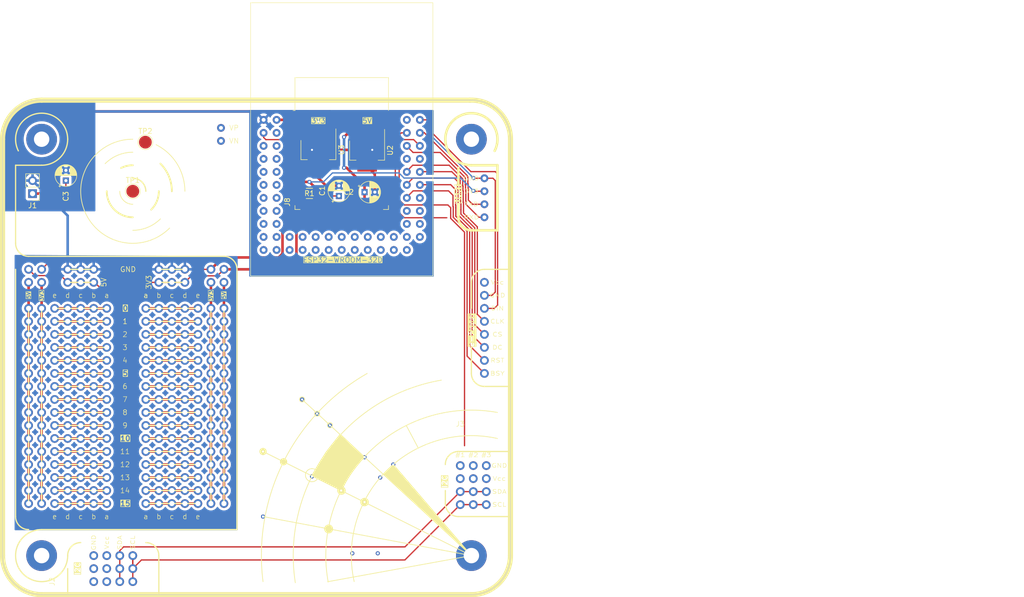
<source format=kicad_pcb>
(kicad_pcb (version 20240108) (generator "pcbnew") (generator_version "8.0")
  (title_block (title "ESP32-WROOM-32D Automation Board") (date "2024-01-15") (rev "v1.10") (company "CEGEP Heritage College") (comment 1 "Alexander Bobkov"))
  (layers (0 "F.Cu" signal) (31 "B.Cu" signal) (34 "B.Paste" user) (35 "F.Paste" user) (36 "B.SilkS" user "B.Silkscreen") (37 "F.SilkS" user "F.Silkscreen") (38 "B.Mask" user) (39 "F.Mask" user) (44 "Edge.Cuts" user))
  (net 0 "")
  (net 1 "Net-(J1-Pin_1)")
  (net 2 "Net-(J5-IO22)")
  (net 3 "Net-(J5-IO21)")
  (net 4 "Net-(J5-IO4)")
  (net 5 "Net-(J5-IO18)")
  (net 6 "Net-(J5-IO5)")
  (net 7 "Net-(J5-IO17)")
  (net 8 "Net-(J5-IO23)")
  (net 9 "Net-(J5-IO16)")
  (net 10 "Net-(J5-IO34)")
  (net 11 "Net-(J5-IO35)")
  (net 12 "Net-(J5-IO32)")
  (net 13 "Net-(J5-IO33)")
  (net 14 "Net-(J8-RXD0)")
  (net 15 "Net-(J5-IO25)")
  (net 16 "Net-(J5-IO26)")
  (net 17 "+3V3")
  (net 18 "GND")
  (net 19 "+5V")
  (net 20 "Net-(J5-IO27)")
  (net 21 "Net-(J5-IO14)")
  (net 22 "Net-(J5-IO12)")
  (net 23 "Net-(J5-IO0)")
  (net 24 "Net-(J5-IO19)")
  (net 25 "Net-(J5-EN)")
  (net 26 "Net-(J7-SENSOR_VP)")
  (net 27 "Net-(J7-SENSOR_VN)")
  (net 28 "Net-(J8-TXD0)")
  (footprint "MountingHole:MountingHole_3mm_Pad_TopBottom" (layer "F.Cu") (at 33.02 139.7)
    (property "Reference" "H1" (hide yes))
    (property "Value" "MountingHole")
  )
  (footprint "Package_TO_SOT_SMD:SOT-223-3_TabPin2" (layer "F.Cu") (at 87 60.5 -90)
    (property "Reference" "U3")
    (property "Value" "MAX1726EUK33")
  )
  (footprint "Alexander Footprints Library:Conn_UART" (layer "F.Cu") (at 119.38 58.42)
    (property "Reference" "J6" (hide yes))
    (property "Value" "UART")
  )
  (footprint "MountingHole:MountingHole_3mm_Pad_TopBottom" (layer "F.Cu") (at 116.84 139.7)
    (property "Reference" "H1" (hide yes))
    (property "Value" "MountingHole")
  )
  (footprint "Capacitor_THT:CP_Radial_D4.0mm_P2.00mm" (layer "F.Cu") (at 37.75 66.5 90)
    (property "Reference" "C3")
    (property "Value" "1uF")
  )
  (footprint "Capacitor_THT:CP_Radial_D4.0mm_P2.00mm" (layer "F.Cu") (at 96 68.75)
    (property "Reference" "C2")
    (property "Value" "1uF")
  )
  (footprint "Alexander Footprints Library:STA_RMCF1206_STP-L" (layer "F.Cu") (at 85.25 69 180)
    (property "Reference" "R1")
    (property "Value" "10K")
  )
  (footprint "Alexander Footprints Library:TestPoint_D2.5mm" (layer "F.Cu") (at 50.8 68.58)
    (property "Reference" "TP1")
    (property "Value" "TP1")
  )
  (footprint "Connector_PinHeader_2.54mm:PinHeader_1x02_P2.54mm_Vertical" (layer "F.Cu") (at 31.25 69.04 180)
    (property "Reference" "J1")
    (property "Value" "PWR")
  )
  (footprint "Alexander Footprints Library:Conn_I2C_3" (layer "F.Cu") (at 35.56 144.78 90)
    (property "Reference" "J2")
    (property "Value" "I2C")
  )
  (footprint "Alexander Footprints Library:TestPoint_D2.5mm" (layer "F.Cu") (at 53.25 59)
    (property "Reference" "TP2")
    (property "Value" "GND")
  )
  (footprint "Capacitor_THT:CP_Radial_D4.0mm_P2.00mm" (layer "F.Cu") (at 91 69.5 90)
    (property "Reference" "C1")
    (property "Value" "1uF")
  )
  (footprint "MountingHole:MountingHole_3mm_Pad_TopBottom" (layer "F.Cu") (at 33.02 58.42)
    (property "Reference" "H3" (hide yes))
    (property "Value" "MountingHole")
  )
  (footprint "Package_TO_SOT_SMD:SOT-223-3_TabPin2" (layer "F.Cu") (at 96.5 60.6 -90)
    (property "Reference" "U2")
    (property "Value" "MAX1726EUK50")
  )
  (footprint "Alexander Footprints Library:Conn_ePaper" (layer "F.Cu") (at 119.38 81.28)
    (property "Reference" "J4" (hide yes))
    (property "Value" "e-Paper")
  )
  (footprint "MountingHole:MountingHole_3mm_Pad_TopBottom" (layer "F.Cu") (at 116.84 58.42)
    (property "Reference" "H4" (hide yes))
    (property "Value" "MountingHole")
  )
  (footprint "Alexander Footprints Library:Conn_I2C_3" (layer "F.Cu") (at 114.67 114.51)
    (property "Reference" "J3")
    (property "Value" "I2C")
  )
  (footprint "Alexander Footprints Library:BreadBoard_15x12" (layer "F.Cu") (at 27.94 134.62)
    (property "Reference" "BRD_15x1" (hide yes))
    (property "Value" "BreadBoard_15x12")
  )
  (footprint "Alexander Footprints Library:ESP32_PADS_VN-VP" (layer "F.Cu") (at 68 63.83)
    (property "Reference" "J7" (hide yes))
    (property "Value" "~" (hide yes))
  )
  (footprint "Alexander Footprints Library:ESP32-WROOM-Adapter-Socket" (layer "F.Cu") (at 91.55 62.26)
    (property "Reference" "J8")
    (property "Value" "~")
  )
  (gr_line (start 114.3 119.38) (end 124.46 119.38) (stroke (width 0.25)) (layer "F.SilkS"))
  (gr_arc (start 38.1 139.7) (mid 29.427898 143.292102) (end 33.02 134.62) (stroke (width 0.25)) (layer "F.SilkS"))
  (gr_line (start 55.88 139.7) (end 55.88 147.32) (stroke (width 0.25)) (layer "F.SilkS"))
  (gr_line (start 68.58 81.28) (end 30.48 81.28) (stroke (width 0.25)) (layer "F.SilkS"))
  (gr_line (start 124.466228 58.42) (end 124.46 139.7) (stroke (width 1)) (layer "F.SilkS"))
  (gr_line (start 114.3 64) (end 114.3 67.25) (stroke (width 0.5)) (layer "F.SilkS"))
  (gr_arc (start 68.58 81.28) (mid 70.376051 82.023949) (end 71.12 83.82) (stroke (width 0.25)) (layer "F.SilkS"))
  (gr_line (start 116.84 104.14) (end 116.84 99.06) (stroke (width 0.25)) (layer "F.SilkS"))
  (gr_arc (start 116.531846 50.8) (mid 122.122486 52.919572) (end 124.466228 58.42) (stroke (width 1)) (layer "F.SilkS"))
  (gr_line (start 33.02 147.32) (end 116.84 147.32) (stroke (width 1)) (layer "F.SilkS"))
  (gr_line (start 119.38 106.68) (end 124.46 106.68) (stroke (width 0.25)) (layer "F.SilkS"))
  (gr_line (start 27.94 63.5) (end 33.02 63.5) (stroke (width 0.25)) (layer "F.SilkS"))
  (gr_line (start 116.84 86.36) (end 116.84 91.44) (stroke (width 0.25)) (layer "F.SilkS"))
  (gr_circle (center 89.25 114.25) (end 89.25 113.75) (stroke (width 0.15)) (fill none) (layer "F.SilkS"))
  (gr_arc (start 124.46 139.7) (mid 122.228154 145.088154) (end 116.84 147.32) (stroke (width 1)) (layer "F.SilkS"))
  (gr_line (start 55.88 147.32) (end 40.64 147.32) (stroke (width 0.15)) (layer "F.SilkS"))
  (gr_arc (start 68.58 81.28) (mid 70.376051 82.023949) (end 71.12 83.82) (stroke (width 0.15)) (layer "F.SilkS"))
  (gr_circle (center 96 129.25) (end 96.75 129.25) (stroke (width 0.15)) (fill solid) (layer "F.SilkS"))
  (gr_arc (start 116.84 76.2) (mid 115.043949 75.456051) (end 114.3 73.66) (stroke (width 0.5)) (layer "F.SilkS"))
  (gr_line (start 119.38 83.82) (end 124.46 83.82) (stroke (width 0.25)) (layer "F.SilkS"))
  (gr_line (start 116.84 139.7) (end 83.82 109.22) (stroke (width 0.15)) (layer "F.SilkS"))
  (gr_arc (start 82.5 145) (mid 88.646929 119.390487) (end 110.991322 105.449182) (stroke (width 0.15)) (layer "F.SilkS"))
  (gr_arc (start 45.411846 63.191846) (mid 47.883952 61.540038) (end 50.8 60.96) (stroke (width 0.15)) (layer "F.SilkS"))
  (gr_line (start 116.84 139.7) (end 76.2 119.38) (stroke (width 0.15)) (layer "F.SilkS"))
  (gr_arc (start 30.48 81.28) (mid 28.683949 80.536051) (end 27.94 78.74) (stroke (width 0.25)) (layer "F.SilkS"))
  (gr_line (start 114.3 132.08) (end 124.46 132.08) (stroke (width 0.25)) (layer "F.SilkS"))
  (gr_circle (center 91.5 127) (end 92.25 127) (stroke (width 0.15)) (fill solid) (layer "F.SilkS"))
  (gr_poly (pts (xy 99.75 123.75) (xy 101.6 121.92) (xy 116.84 139.7)) (stroke (width 0.15)) (fill solid) (layer "F.SilkS"))
  (gr_arc (start 48.528155 64.03631) (mid 49.632855 63.635895) (end 50.8 63.5) (stroke (width 0.35)) (layer "F.SilkS"))
  (gr_arc (start 57.984205 75.764205) (mid 41.413384 72.468064) (end 50.8 58.42) (stroke (width 0.15)) (layer "F.SilkS"))
  (gr_arc (start 53.34 137.16) (mid 55.136051 137.903949) (end 55.88 139.7) (stroke (width 0.25)) (layer "F.SilkS"))
  (gr_arc (start 111.76 121.92) (mid 112.503949 120.123949) (end 114.3 119.38) (stroke (width 0.25)) (layer "F.SilkS"))
  (gr_line (start 27.94 78.74) (end 27.94 63.5) (stroke (width 0.25)) (layer "F.SilkS"))
  (gr_arc (start 38.1 139.7) (mid 38.843949 137.903949) (end 40.64 137.16) (stroke (width 0.25)) (layer "F.SilkS"))
  (gr_line (start 111.76 129.54) (end 111.76 127) (stroke (width 0.25)) (layer "F.SilkS"))
  (gr_arc (start 88.9 144.78) (mid 96.759537 119.619537) (end 121.92 111.76) (stroke (width 0.15)) (layer "F.SilkS"))
  (gr_arc (start 50.8 71.12) (mid 49.003949 70.376051) (end 48.26 68.58) (stroke (width 0.15)) (layer "F.SilkS"))
  (gr_arc (start 55.88 68.58) (mid 55.493308 70.524032) (end 54.392102 72.172102) (stroke (width 0.35)) (layer "F.SilkS"))
  (gr_line (start 38.1 147.32) (end 38.1 142.24) (stroke (width 0.25)) (layer "F.SilkS"))
  (gr_arc (start 50.8 73.66) (mid 47.207898 72.172102) (end 45.72 68.58) (stroke (width 0.35)) (layer "F.SilkS"))
  (gr_arc (start 38.1 58.42) (mid 36.612102 62.012102) (end 33.02 63.5) (stroke (width 0.25)) (layer "F.SilkS"))
  (gr_line (start 33.02 134.62) (end 71.12 134.62) (stroke (width 0.25)) (layer "F.SilkS"))
  (gr_arc (start 76.2 144.78) (mid 80.207599 121.3838) (end 96.52 104.14) (stroke (width 0.15)) (layer "F.SilkS"))
  (gr_arc (start 50.8 66.04) (mid 52.596051 66.783949) (end 53.34 68.58) (stroke (width 0.25)) (layer "F.SilkS"))
  (gr_line (start 27.94 83.82) (end 27.94 132.08) (stroke (width 0.25)) (layer "F.SilkS"))
  (gr_arc (start 119.38 106.68) (mid 117.583949 105.936051) (end 116.84 104.14) (stroke (width 0.25)) (layer "F.SilkS"))
  (gr_poly (pts (xy 85.75 124) (xy 91.5 127) (xy 92.75 124.5) (xy 94 122.75) (xy 95.25 121.25) (xy 96 120.5) (xy 91.25 116) (xy 88.5 119.5)) (stroke (width 0.15)) (fill solid) (layer "F.SilkS"))
  (gr_line (start 114.3 73.66) (end 114.3 71.12) (stroke (width 0.5)) (layer "F.SilkS"))
  (gr_circle (center 80.207599 121.3838) (end 80.842816 121.3838) (stroke (width 0.15)) (fill solid) (layer "F.SilkS"))
  (gr_line (start 116.84 139.7) (end 88.9 144.78) (stroke (width 0.15)) (layer "F.SilkS"))
  (gr_arc (start 116.84 86.36) (mid 117.583949 84.563949) (end 119.38 83.82) (stroke (width 0.25)) (layer "F.SilkS"))
  (gr_arc (start 56.188154 63.191846) (mid 57.839962 65.663952) (end 58.42 68.58) (stroke (width 0.35)) (layer "F.SilkS"))
  (gr_line (start 116.84 139.7) (end 101.6 121.92) (stroke (width 0.15)) (layer "F.SilkS"))
  (gr_line (start 121.92 63.499999) (end 121.92 76.2) (stroke (width 0.5)) (layer "F.SilkS"))
  (gr_arc (start 93.980001 144.78) (mid 100.281227 123.141227) (end 121.92 116.840001) (stroke (width 0.15)) (layer "F.SilkS"))
  (gr_circle (center 76.2 119.38) (end 76.831981 119.38) (stroke (width 0.15)) (fill solid) (layer "F.SilkS"))
  (gr_circle (center 85.75 124) (end 86 125.25) (stroke (width 0.15)) (fill none) (layer "F.SilkS"))
  (gr_circle (center 83.82 109.22) (end 84 108.75) (stroke (width 0.15)) (fill none) (layer "F.SilkS"))
  (gr_line (start 116.84 63.5) (end 121.92 63.499999) (stroke (width 0.5)) (layer "F.SilkS"))
  (gr_circle (center 89 134.5) (end 89.790569 134.5) (stroke (width 0.15)) (fill solid) (layer "F.SilkS"))
  (gr_line (start 71.12 83.82) (end 71.12 134.62) (stroke (width 0.25)) (layer "F.SilkS"))
  (gr_arc (start 33.02 147.32) (mid 27.631846 145.088154) (end 25.4 139.7) (stroke (width 1)) (layer "F.SilkS"))
  (gr_circle (center 86.75 112) (end 86.75 111.5) (stroke (width 0.15)) (fill none) (layer "F.SilkS"))
  (gr_arc (start 28.47631 60.691845) (mid 31.852856 53.475894) (end 38.1 58.42) (stroke (width 0.25)) (layer "F.SilkS"))
  (gr_circle (center 88.9 144.78) (end 88.9 144.78) (stroke (width 0.15)) (fill none) (layer "F.SilkS"))
  (gr_arc (start 116.84 63.5) (mid 114.169286 54.098694) (end 121.38369 60.691845) (stroke (width 0.5)) (layer "F.SilkS"))
  (gr_arc (start 25.4 58.42) (mid 27.631846 53.031846) (end 33.02 50.8) (stroke (width 1)) (layer "F.SilkS"))
  (gr_arc (start 56.188154 73.968154) (mid 53.716048 75.619962) (end 50.8 76.2) (stroke (width 0.15)) (layer "F.SilkS"))
  (gr_line (start 106.5 118.75) (end 104.14 114.3) (stroke (width 0.15)) (layer "F.SilkS"))
  (gr_line (start 116.84 139.7) (end 76.2 132.08) (stroke (width 0.15)) (layer "F.SilkS"))
  (gr_arc (start 55.34369 59.49262) (mid 59.442612 63.238572) (end 60.96 68.58) (stroke (width 0.15)) (layer "F.SilkS"))
  (gr_arc (start 30.48 134.62) (mid 28.683949 133.876051) (end 27.94 132.08) (stroke (width 0.25)) (layer "F.SilkS"))
  (gr_line (start 116.84 76.2) (end 121.92 76.2) (stroke (width 0.5)) (layer "F.SilkS"))
  (gr_arc (start 114.3 132.08) (mid 112.503949 131.336051) (end 111.76 129.54) (stroke (width 0.25)) (layer "F.SilkS"))
  (gr_line (start 25.4 58.42) (end 25.4 139.7) (stroke (width 1)) (layer "F.SilkS"))
  (gr_line (start 116.531846 50.8) (end 33.02 50.8) (stroke (width 1)) (layer "F.SilkS"))
  (gr_line (start 116.84 50.8) (end 33.02 50.8) (stroke (width 0.1)) (layer "Edge.Cuts"))
  (gr_arc (start 25.4 58.42) (mid 27.631846 53.031846) (end 33.02 50.8) (stroke (width 0.1)) (layer "Edge.Cuts"))
  (gr_arc (start 33.02 147.32) (mid 27.631846 145.088154) (end 25.4 139.7) (stroke (width 0.1)) (layer "Edge.Cuts"))
  (gr_line (start 124.46 58.42) (end 124.46 139.7) (stroke (width 0.1)) (layer "Edge.Cuts"))
  (gr_line (start 25.4 58.42) (end 25.4 139.7) (stroke (width 0.1)) (layer "Edge.Cuts"))
  (gr_arc (start 116.84 50.8) (mid 122.228154 53.031846) (end 124.46 58.42) (stroke (width 0.1)) (layer "Edge.Cuts"))
  (gr_line (start 116.84 147.32) (end 33.02 147.32) (stroke (width 0.1)) (layer "Edge.Cuts"))
  (gr_arc (start 124.46 139.7) (mid 122.228154 145.088154) (end 116.84 147.32) (stroke (width 0.1)) (layer "Edge.Cuts"))
  (gr_text "5V" (at 96.5 54.25 0) (layer "F.SilkS" knockout) (effects (font (size 1 1) (thickness 0.125)) (justify top)))
  (gr_text "3V3" (at 87 54.25 0) (layer "F.SilkS" knockout) (effects (font (size 1 1) (thickness 0.125)) (justify top)))
  (via (at 86.75 112) (size 0.8) (drill 0.4) (layers "F.Cu" "B.Cu") (net 0))
  (via (at 89.25 114.3) (size 0.8) (drill 0.4) (layers "F.Cu" "B.Cu") (net 0))
  (via (at 76.2 119.38) (size 0.8) (drill 0.4) (layers "F.Cu" "B.Cu") (net 0))
  (via (at 96 129.25) (size 0.8) (drill 0.4) (layers "F.Cu" "B.Cu") (net 0))
  (via (at 85.75 124.25) (size 0.8) (drill 0.4) (layers "F.Cu" "B.Cu") (net 0))
  (via (at 101.6 121.92) (size 0.8) (drill 0.4) (layers "F.Cu" "B.Cu") (net 0))
  (via (at 96 120.5) (size 0.8) (drill 0.4) (layers "F.Cu" "B.Cu") (net 0))
  (via (at 91.44 127) (size 0.8) (drill 0.4) (layers "F.Cu" "B.Cu") (net 0))
  (via (at 93.61749 139.254) (size 0.8) (drill 0.4) (layers "F.Cu" "B.Cu") (net 0))
  (via (at 99.06 124.46) (size 0.8) (drill 0.4) (layers "F.Cu" "B.Cu") (net 0))
  (via (at 98.577776 139.254) (size 0.8) (drill 0.4) (layers "F.Cu" "B.Cu") (net 0))
  (via (at 83.82 109.22) (size 0.8) (drill 0.4) (layers "F.Cu" "B.Cu") (net 0))
  (via (at 76.2 132.08) (size 0.8) (drill 0.4) (layers "F.Cu" "B.Cu") (net 0))
  (segment (start 37.75 66.5) (end 37.75 68.29) (width 0.25) (layer "F.Cu") (net 1))
  (segment (start 97.75 54.75) (end 90 54.75) (width 0.5) (layer "F.Cu") (net 1))
  (segment (start 98.8 55.8) (end 97.75 54.75) (width 0.5) (layer "F.Cu") (net 1))
  (segment (start 90 54.75) (end 90 53.75) (width 0.5) (layer "F.Cu") (net 1))
  (segment (start 42.5 53) (end 41 54.5) (width 0.5) (layer "F.Cu") (net 1))
  (segment (start 37.75 68.29) (end 38.5 69.04) (width 0.25) (layer "F.Cu") (net 1))
  (segment (start 41 67.75) (end 39.71 69.04) (width 0.5) (layer "F.Cu") (net 1))
  (segment (start 38.5 69.04) (end 31.25 69.04) (width 0.5) (layer "F.Cu") (net 1))
  (segment (start 89.3 55.45) (end 89.3 57.35) (width 0.5) (layer "F.Cu") (net 1))
  (segment (start 89.25 53) (end 42.5 53) (width 0.5) (layer "F.Cu") (net 1))
  (segment (start 98.8 57.45) (end 98.8 55.8) (width 0.5) (layer "F.Cu") (net 1))
  (segment (start 39.71 69.04) (end 38.5 69.04) (width 0.5) (layer "F.Cu") (net 1))
  (segment (start 90 54.75) (end 89.3 55.45) (width 0.5) (layer "F.Cu") (net 1))
  (segment (start 41 54.5) (end 41 67.75) (width 0.5) (layer "F.Cu") (net 1))
  (segment (start 42.5 53) (end 42.75 53) (width 0.25) (layer "F.Cu") (net 1))
  (segment (start 90 53.75) (end 89.25 53) (width 0.5) (layer "F.Cu") (net 1))
  (segment (start 103.87 140.55) (end 114.67 129.75) (width 0.25) (layer "F.Cu") (net 2))
  (segment (start 50.8 139.7) (end 50.8 142.24) (width 0.25) (layer "F.Cu") (net 2))
  (segment (start 102 58.35237) (end 103.17237 57.18) (width 0.25) (layer "F.Cu") (net 2))
  (segment (start 114.67 129.75) (end 119.75 129.75) (width 0.25) (layer "F.Cu") (net 2))
  (segment (start 50.8 144.78) (end 50.8 139.7) (width 0.25) (layer "F.Cu") (net 2))
  (segment (start 103.17237 57.18) (end 104.25 57.18) (width 0.25) (layer "F.Cu") (net 2))
  (segment (start 52.49 140.55) (end 103.87 140.55) (width 0.25) (layer "F.Cu") (net 2))
  (segment (start 103.75 73.75) (end 102 72) (width 0.25) (layer "F.Cu") (net 2))
  (segment (start 102 72) (end 102 58.35237) (width 0.25) (layer "F.Cu") (net 2))
  (segment (start 50.8 142.24) (end 52.49 140.55) (width 0.25) (layer "F.Cu") (net 2))
  (segment (start 112.045228 73.75) (end 103.75 73.75) (width 0.25) (layer "F.Cu") (net 2))
  (segment (start 112.8 71.8) (end 112.8 73.868376) (width 0.25) (layer "F.Cu") (net 3))
  (segment (start 112.8 73.868376) (end 115.5 76.568376) (width 0.25) (layer "F.Cu") (net 3))
  (segment (start 106.79 59.72) (end 105.57 58.5) (width 0.25) (layer "F.Cu") (net 3))
  (segment (start 112.25 71.25) (end 112.8 71.8) (width 0.25) (layer "F.Cu") (net 3))
  (segment (start 103.25 58.5) (end 102.75 59) (width 0.25) (layer "F.Cu") (net 3))
  (segment (start 48.26 138.74) (end 49 138) (width 0.25) (layer "F.Cu") (net 3))
  (segment (start 114.67 127.21) (end 119.75 127.21) (width 0.25) (layer "F.Cu") (net 3))
  (segment (start 105.57 58.5) (end 103.25 58.5) (width 0.25) (layer "F.Cu") (net 3))
  (segment (start 103.75 71.25) (end 112.25 71.25) (width 0.25) (layer "F.Cu") (net 3))
  (segment (start 115.5 76.568376) (end 115.5 118.25) (width 0.25) (layer "F.Cu") (net 3))
  (segment (start 48.26 139.7) (end 48.26 144.78) (width 0.25) (layer "F.Cu") (net 3))
  (segment (start 102.75 70.25) (end 103.75 71.25) (width 0.25) (layer "F.Cu") (net 3))
  (segment (start 102.75 59) (end 102.75 70.25) (width 0.25) (layer "F.Cu") (net 3))
  (segment (start 103.88 138) (end 114.67 127.21) (width 0.25) (layer "F.Cu") (net 3))
  (segment (start 49 138) (end 103.88 138) (width 0.25) (layer "F.Cu") (net 3))
  (segment (start 48.26 139.7) (end 48.26 138.74) (width 0.25) (layer "F.Cu") (net 3))
  (segment (start 113.25 69.375) (end 112.375 68.5) (width 0.25) (layer "F.Cu") (net 4))
  (segment (start 105.48 68.5) (end 104.14 69.84) (width 0.25) (layer "F.Cu") (net 4))
  (segment (start 113.3 73.66127) (end 113.3 71.592893) (width 0.25) (layer "F.Cu") (net 4))
  (segment (start 113.3 71.592893) (end 113.25 71.542894) (width 0.25) (layer "F.Cu") (net 4))
  (segment (start 119.38 104.14) (end 116 100.76) (width 0.25) (layer "F.Cu") (net 4))
  (segment (start 116 100.76) (end 116 76.361269) (width 0.25) (layer "F.Cu") (net 4))
  (segment (start 113.25 71.542894) (end 113.25 69.375) (width 0.25) (layer "F.Cu") (net 4))
  (segment (start 112.375 68.5) (end 105.48 68.5) (width 0.25) (layer "F.Cu") (net 4))
  (segment (start 116 76.361269) (end 113.3 73.66127) (width 0.25) (layer "F.Cu") (net 4))
  (segment (start 115.250002 68.54658) (end 115.25 68.546575) (width 0.25) (layer "F.Cu") (net 5))
  (segment (start 115.05 66.05) (end 112.5 63.5) (width 0.25) (layer "F.Cu") (net 5))
  (segment (start 115.299992 70.764445) (end 115.25 70.714454) (width 0.25) (layer "F.Cu") (net 5))
  (segment (start 115.3 72.832846) (end 115.3 72.421315) (width 0.25) (layer "F.Cu") (net 5))
  (segment (start 115.200002 67.578686) (end 115.2 67.578681) (width 0.25) (layer "F.Cu") (net 5))
  (segment (start 119.38 93.98) (end 118 92.6) (width 0.25) (layer "F.Cu") (net 5))
  (segment (start 115.15 66.235787) (end 115.1 66.185787) (width 0.25) (layer "F.Cu") (net 5))
  (segment (start 115.05 66.092893) (end 115.05 66.05) (width 0.25) (layer "F.Cu") (net 5))
  (segment (start 115.1 66.185787) (end 115.1 66.142894) (width 0.25) (layer "F.Cu") (net 5))
  (segment (start 115.2 67.578681) (end 115.15 67.528681) (width 0.25) (layer "F.Cu") (net 5))
  (segment (start 112.5 63.5) (end 105.4 63.5) (width 0.25) (layer "F.Cu") (net 5))
  (segment (start 115.25 68.546575) (end 115.200001 68.496576) (width 0.25) (layer "F.Cu") (net 5))
  (segment (start 115.299997 70.764459) (end 115.299992 70.764445) (width 0.25) (layer "F.Cu") (net 5))
  (segment (start 115.200001 68.496576) (end 115.200002 67.578686) (width 0.25) (layer "F.Cu") (net 5))
  (segment (start 115.1 66.142894) (end 115.05 66.092893) (width 0.25) (layer "F.Cu") (net 5))
  (segment (start 118 92.6) (end 118 75.532845) (width 0.25) (layer "F.Cu") (net 5))
  (segment (start 105.4 63.5) (end 104.14 64.76) (width 0.25) (layer "F.Cu") (net 5))
  (segment (start 115.15 67.528681) (end 115.150002 66.235792) (width 0.25) (layer "F.Cu") (net 5))
  (segment (start 115.150002 66.235792) (end 115.15 66.235787) (width 0.25) (layer "F.Cu") (net 5))
  (segment (start 115.25 70.714454) (end 115.250002 68.54658) (width 0.25) (layer "F.Cu") (net 5))
  (segment (start 115.300005 72.42131) (end 115.299997 70.764459) (width 0.25) (layer "F.Cu") (net 5))
  (segment (start 118 75.532845) (end 115.3 72.832846) (width 0.25) (layer "F.Cu") (net 5))
  (segment (start 115.3 72.421315) (end 115.300005 72.42131) (width 0.25) (layer "F.Cu") (net 5))
  (segment (start 114.65 66.442894) (end 114.6 66.392893) (width 0.25) (layer "F.Cu") (net 6))
  (segment (start 113.01 64.76) (end 106.68 64.76) (width 0.25) (layer "F.Cu") (net 6))
  (segment (start 114.75 68.753681) (end 114.7 68.703681) (width 0.25) (layer "F.Cu") (net 6))
  (segment (start 114.6 66.35) (end 113.01 64.76) (width 0.25) (layer "F.Cu") (net 6))
  (segment (start 117.5 94.64) (end 117.5 75.739951) (width 0.25) (layer "F.Cu") (net 6))
  (segment (start 114.750002 68.753686) (end 114.75 68.753681) (width 0.25) (layer "F.Cu") (net 6))
  (segment (start 114.799998 70.971568) (end 114.799994 70.971564) (width 0.25) (layer "F.Cu") (net 6))
  (segment (start 114.8 73.039952) (end 114.8 72.214209) (width 0.25) (layer "F.Cu") (net 6))
  (segment (start 114.799994 70.971557) (end 114.75 70.921564) (width 0.25) (layer "F.Cu") (net 6))
  (segment (start 114.7 68.703681) (end 114.700002 67.785792) (width 0.25) (layer "F.Cu") (net 6))
  (segment (start 114.7 67.785787) (end 114.65 67.735787) (width 0.25) (layer "F.Cu") (net 6))
  (segment (start 114.800004 72.214205) (end 114.799998 70.971568) (width 0.25) (layer "F.Cu") (net 6))
  (segment (start 114.6 66.392893) (end 114.6 66.35) (width 0.25) (layer "F.Cu") (net 6))
  (segment (start 117.5 75.739951) (end 114.8 73.039952) (width 0.25) (layer "F.Cu") (net 6))
  (segment (start 114.799994 70.971564) (end 114.799994 70.971557) (width 0.25) (layer "F.Cu") (net 6))
  (segment (start 114.75 70.921564) (end 114.750002 68.753686) (width 0.25) (layer "F.Cu") (net 6))
  (segment (start 114.700002 67.785792) (end 114.7 67.785787) (width 0.25) (layer "F.Cu") (net 6))
  (segment (start 114.8 72.214209) (end 114.800004 72.214205) (width 0.25) (layer "F.Cu") (net 6))
  (segment (start 119.38 96.52) (end 117.5 94.64) (width 0.25) (layer "F.Cu") (net 6))
  (segment (start 114.65 67.735787) (end 114.65 66.442894) (width 0.25) (layer "F.Cu") (net 6))
  (segment (start 114.250002 68.960792) (end 114.25 68.960787) (width 0.25) (layer "F.Cu") (net 7))
  (segment (start 114.300003 72.0071) (end 114.299999 71.178677) (width 0.25) (layer "F.Cu") (net 7))
  (segment (start 114.25 71.128674) (end 114.250002 68.960792) (width 0.25) (layer "F.Cu") (net 7))
  (segment (start 114.25 68.960787) (end 114.2 68.910787) (width 0.25) (layer "F.Cu") (net 7))
  (segment (start 114.3 73.247058) (end 114.3 72.007103) (width 0.25) (layer "F.Cu") (net 7))
  (segment (start 117 96.68) (end 117 75.947057) (width 0.25) (layer "F.Cu") (net 7))
  (segment (start 114.2 68.910787) (end 114.2 67.992894) (width 0.25) (layer "F.Cu") (net 7))
  (segment (start 119.38 99.06) (end 117 96.68) (width 0.25) (layer "F.Cu") (net 7))
  (segment (start 114.299996 71.178669) (end 114.25 71.128674) (width 0.25) (layer "F.Cu") (net 7))
  (segment (start 114.15 67.942893) (end 114.15 66.65) (width 0.25) (layer "F.Cu") (net 7))
  (segment (start 114.15 66.65) (end 113.5 66) (width 0.25) (layer "F.Cu") (net 7))
  (segment (start 105.44 66) (end 104.14 67.3) (width 0.25) (layer "F.Cu") (net 7))
  (segment (start 114.2 67.992894) (end 114.15 67.942893) (width 0.25) (layer "F.Cu") (net 7))
  (segment (start 113.5 66) (end 105.44 66) (width 0.25) (layer "F.Cu") (net 7))
  (segment (start 117 75.947057) (end 114.3 73.247058) (width 0.25) (layer "F.Cu") (net 7))
  (segment (start 114.3 72.007103) (end 114.300003 72.0071) (width 0.25) (layer "F.Cu") (net 7))
  (segment (start 114.299999 71.178677) (end 114.299996 71.178669) (width 0.25) (layer "F.Cu") (net 7))
  (segment (start 108.75 55.25) (end 108.14 54.64) (width 0.25) (layer "F.Cu") (net 8))
  (segment (start 121.95 90.8) (end 121.95 65.2) (width 0.25) (layer "F.Cu") (net 8))
  (segment (start 121.31 91.44) (end 121.95 90.8) (width 0.25) (layer "F.Cu") (net 8))
  (segment (start 108.14 54.64) (end 106.79 54.64) (width 0.25) (layer "F.Cu") (net 8))
  (segment (start 116.75 64.75) (end 108.75 56.75) (width 0.25) (layer "F.Cu") (net 8))
  (segment (start 108.75 56.75) (end 108.75 55.25) (width 0.25) (layer "F.Cu") (net 8))
  (segment (start 121.5 64.75) (end 116.75 64.75) (width 0.25) (layer "F.Cu") (net 8))
  (segment (start 119.38 91.44) (end 121.31 91.44) (width 0.25) (layer "F.Cu") (net 8))
  (segment (start 121.95 65.2) (end 121.5 64.75) (width 0.25) (layer "F.Cu") (net 8))
  (segment (start 113.8 73.454164) (end 113.8 71.799997) (width 0.25) (layer "F.Cu") (net 9))
  (segment (start 113.7 69.117893) (end 113.7 68.2) (width 0.25) (layer "F.Cu") (net 9))
  (segment (start 113.8 71.799997) (end 113.800002 71.799995) (width 0.25) (layer "F.Cu") (net 9))
  (segment (start 116.5 98.72) (end 116.5 76.154163) (width 0.25) (layer "F.Cu") (net 9))
  (segment (start 113.8 71.385786) (end 113.799998 71.385781) (width 0.25) (layer "F.Cu") (net 9))
  (segment (start 113.799998 71.385781) (end 113.75 71.335784) (width 0.25) (layer "F.Cu") (net 9))
  (segment (start 113.7 68.2) (end 112.8 67.3) (width 0.25) (layer "F.Cu") (net 9))
  (segment (start 113.800002 71.799995) (end 113.8 71.385786) (width 0.25) (layer "F.Cu") (net 9))
  (segment (start 119.38 101.6) (end 116.5 98.72) (width 0.25) (layer "F.Cu") (net 9))
  (segment (start 112.8 67.3) (end 106.68 67.3) (width 0.25) (layer "F.Cu") (net 9))
  (segment (start 116.5 76.154163) (end 113.8 73.454164) (width 0.25) (layer "F.Cu") (net 9))
  (segment (start 113.75 69.167894) (end 113.7 69.117893) (width 0.25) (layer "F.Cu") (net 9))
  (segment (start 113.75 71.335784) (end 113.75 69.167894) (width 0.25) (layer "F.Cu") (net 9))
  (segment (start 110.75 61) (end 105.46 61) (width 0.25) (layer "F.Cu") (net 14))
  (segment (start 115.79999 70.557333) (end 115.75 70.507344) (width 0.25) (layer "F.Cu") (net 14))
  (segment (start 115.79999 71.15762) (end 115.79999 70.557333) (width 0.25) (layer "F.Cu") (net 14))
  (segment (start 115.700001 68.28947) (end 115.700002 67.37158) (width 0.25) (layer "F.Cu") (net 14))
  (segment (start 115.600002 65.978683) (end 115.600002 65.935792) (width 0.25) (layer "F.Cu") (net 14))
  (segment (start 119.38 73.66) (end 118.30237 73.66) (width 0.25) (layer "F.Cu") (net 14))
  (segment (start 115.5 65.75) (end 110.75 61) (width 0.25) (layer "F.Cu") (net 14))
  (segment (start 115.65 66.028681) (end 115.600002 65.978683) (width 0.25) (layer "F.Cu") (net 14))
  (segment (start 115.600002 65.935792) (end 115.6 65.935787) (width 0.25) (layer "F.Cu") (net 14))
  (segment (start 115.55 65.885787) (end 115.55 65.842894) (width 0.25) (layer "F.Cu") (net 14))
  (segment (start 115.75 68.339469) (end 115.700001 68.28947) (width 0.25) (layer "F.Cu") (net 14))
  (segment (start 115.55 65.842894) (end 115.5 65.792893) (width 0.25) (layer "F.Cu") (net 14))
  (segment (start 115.75 70.507344) (end 115.750002 68.339474) (width 0.25) (layer "F.Cu") (net 14))
  (segment (start 105.46 61) (end 104.14 59.68) (width 0.25) (layer "F.Cu") (net 14))
  (segment (start 115.750002 68.339474) (end 115.75 68.339469) (width 0.25) (layer "F.Cu") (net 14))
  (segment (start 115.65 67.321575) (end 115.650002 66.028686) (width 0.25) (layer "F.Cu") (net 14))
  (segment (start 115.7 67.371575) (end 115.65 67.321575) (width 0.25) (layer "F.Cu") (net 14))
  (segment (start 115.5 65.792893) (end 115.5 65.75) (width 0.25) (layer "F.Cu") (net 14))
  (segment (start 115.700002 67.37158) (end 115.7 67.371575) (width 0.25) (layer "F.Cu") (net 14))
  (segment (start 115.6 65.935787) (end 115.55 65.885787) (width 0.25) (layer "F.Cu") (net 14))
  (segment (start 115.650002 66.028686) (end 115.65 66.028681) (width 0.25) (layer "F.Cu") (net 14))
  (segment (start 118.30237 73.66) (end 115.79999 71.15762) (width 0.25) (layer "F.Cu") (net 14))
  (segment (start 68.36 81.5) (end 79.25 81.5) (width 0.5) (layer "F.Cu") (net 17))
  (segment (start 66.04 83.82) (end 68.36 81.5) (width 0.5) (layer "F.Cu") (net 17))
  (segment (start 55.88 86.36) (end 48.513072 86.36) (width 0.25) (layer "F.Cu") (net 17))
  (segment (start 79.25 81.5) (end 80 80.75) (width 0.5) (layer "F.Cu") (net 17))
  (segment (start 86.6216 70.1009) (end 86.6216 69) (width 0.5) (layer "F.Cu") (net 17))
  (segment (start 81 54.64) (end 81.75 55.39) (width 0.5) (layer "F.Cu") (net 17))
  (segment (start 43.998072 81.845) (end 34.995 81.845) (width 0.25) (layer "F.Cu") (net 17))
  (segment (start 48.513072 86.36) (end 43.998072 81.845) (width 0.25) (layer "F.Cu") (net 17))
  (segment (start 83.89 54.64) (end 84.7 55.45) (width 0.5) (layer "F.Cu") (net 17))
  (segment (start 55.88 86.36) (end 60.96 86.36) (width 0.25) (layer "F.Cu") (net 17))
  (segment (start 60.96 86.36) (end 63.5 83.82) (width 0.25) (layer "F.Cu") (net 17))
  (segment (start 81.75 55.39) (end 81.75 65.75) (width 0.5) (layer "F.Cu") (net 17))
  (segment (start 87.1216 69.5) (end 86.6216 69) (width 0.25) (layer "F.Cu") (net 17))
  (segment (start 80 80.75) (end 80 76.7225) (width 0.5) (layer "F.Cu") (net 17))
  (segment (start 81.75 65.75) (end 82.75 66.75) (width 0.5) (layer "F.Cu") (net 17))
  (segment (start 80 76.7225) (end 86.6216 70.1009) (width 0.5) (layer "F.Cu") (net 17))
  (segment (start 117.33 68.58) (end 117.25 68.5) (width 0.25) (layer "F.Cu") (net 17))
  (segment (start 84.7 55.45) (end 84.7 57.35) (width 0.5) (layer "F.Cu") (net 17))
  (segment (start 91 69.5) (end 87.1216 69.5) (width 0.25) (layer "F.Cu") (net 17))
  (segment (start 86.6216 68.1216) (end 86.6216 69) (width 0.5) (layer "F.Cu") (net 17))
  (segment (start 78.85 54.64) (end 81 54.64) (width 0.5) (layer "F.Cu") (net 17))
  (segment (start 63.5 83.82) (end 66.04 83.82) (width 0.25) (layer "F.Cu") (net 17))
  (segment (start 85.25 66.75) (end 86.6216 68.1216) (width 0.5) (layer "F.Cu") (net 17))
  (segment (start 82.75 66.75) (end 85.25 66.75) (width 0.5) (layer "F.Cu") (net 17))
  (segment (start 81 54.64) (end 83.89 54.64) (width 0.5) (layer "F.Cu") (net 17))
  (segment (start 119.38 68.58) (end 117.33 68.58) (width 0.25) (layer "F.Cu") (net 17))
  (segment (start 34.995 81.845) (end 33.02 83.82) (width 0.25) (layer "F.Cu") (net 17))
  (via (at 85.25 66.75) (size 0.8) (drill 0.4) (layers "F.Cu" "B.Cu") (net 17))
  (via (at 117.25 68.5) (size 0.8) (drill 0.4) (layers "F.Cu" "B.Cu") (net 17))
  (segment (start 88 66.75) (end 89.75 65) (width 0.25) (layer "B.Cu") (net 17))
  (segment (start 88 66.75) (end 85.25 66.75) (width 0.25) (layer "B.Cu") (net 17))
  (segment (start 91 69.5) (end 90.75 69.5) (width 0.25) (layer "B.Cu") (net 17))
  (segment (start 89.75 65) (end 102.706374 65) (width 0.25) (layer "B.Cu") (net 17))
  (segment (start 103.706374 66) (end 114.75 66) (width 0.25) (layer "B.Cu") (net 17))
  (segment (start 114.75 66) (end 117.25 68.5) (width 0.25) (layer "B.Cu") (net 17))
  (segment (start 102.706374 65) (end 103.706374 66) (width 0.25) (layer "B.Cu") (net 17))
  (segment (start 121.5 66.5) (end 121.04 66.04) (width 0.25) (layer "F.Cu") (net 18))
  (segment (start 96.5 60.5) (end 96.5 57.45) (width 0.25) (layer "F.Cu") (net 18))
  (segment (start 88.5 67.5) (end 87 66) (width 0.5) (layer "F.Cu") (net 18))
  (segment (start 121.04 66.04) (end 119.38 66.04) (width 0.25) (layer "F.Cu") (net 18))
  (segment (start 98 65.25) (end 96.5 63.75) (width 0.5) (layer "F.Cu") (net 18))
  (segment (start 91 67.5) (end 88.5 67.5) (width 0.5) (layer "F.Cu") (net 18))
  (segment (start 97.5 60.5) (end 96.5 60.5) (width 0.5) (layer "F.Cu") (net 18))
  (segment (start 98 68.75) (end 98 65.25) (width 0.5) (layer "F.Cu") (net 18))
  (segment (start 120.85 88.9) (end 121.5 88.25) (width 0.25) (layer "F.Cu") (net 18))
  (segment (start 87 66) (end 87 63.65) (width 0.5) (layer "F.Cu") (net 18))
  (segment (start 117.29 66.04) (end 117.25 66) (width 0.25) (layer "F.Cu") (net 18))
  (segment (start 58.5 83.75) (end 58.57 83.82) (width 0.5) (layer "F.Cu") (net 18))
  (segment (start 40.5 83.75) (end 40.57 83.82) (width 0.5) (layer "F.Cu") (net 18))
  (segment (start 43.25 83.75) (end 43.32 83.82) (width 0.5) (layer "F.Cu") (net 18))
  (segment (start 43.18 83.82) (end 43.25 83.75) (width 0.5) (layer "F.Cu") (net 18))
  (segment (start 56 83.75) (end 56.07 83.82) (width 0.5) (layer "F.Cu") (net 18))
  (segment (start 58.43 83.82) (end 58.5 83.75) (width 0.5) (layer "F.Cu") (net 18))
  (segment (start 96.5 63.75) (end 96.5 57.45) (width 0.5) (layer "F.Cu") (net 18))
  (segment (start 55.93 83.82) (end 56 83.75) (width 0.5) (layer "F.Cu") (net 18))
  (segment (start 85.75 60.5) (end 96.5 60.5) (width 0.5) (layer "F.Cu") (net 18))
  (segment (start 87 63.65) (end 87 55) (width 0.5) (layer "F.Cu") (net 18))
  (segment (start 119.38 66.04) (end 117.29 66.04) (width 0.25) (layer "F.Cu") (net 18))
  (segment (start 119.38 88.9) (end 120.85 88.9) (width 0.25) (layer "F.Cu") (net 18))
  (segment (start 61 83.75) (end 60.96 83.82) (width 0.5) (layer "F.Cu") (net 18))
  (segment (start 40.43 83.82) (end 40.5 83.75) (width 0.5) (layer "F.Cu") (net 18))
  (segment (start 121.5 88.25) (end 121.5 66.5) (width 0.25) (layer "F.Cu") (net 18))
  (via (at 87 55) (size 0.8) (drill 0.4) (layers "F.Cu" "B.Cu") (net 18))
  (via (at 85.75 60.5) (size 0.8) (drill 0.4) (layers "F.Cu" "B.Cu") (net 18))
  (via (at 97.5 60.5) (size 0.8) (drill 0.4) (layers "F.Cu" "B.Cu") (net 18))
  (via (at 117.25 66) (size 0.8) (drill 0.4) (layers "F.Cu" "B.Cu") (net 18))
  (segment (start 38.1 73.35) (end 38.1 81.15) (width 0.5) (layer "B.Cu") (net 18))
  (segment (start 42.5 53) (end 74.67 53) (width 0.5) (layer "B.Cu") (net 18))
  (segment (start 74.75 53) (end 85 53) (width 0.5) (layer "B.Cu") (net 18))
  (segment (start 85 53) (end 87 55) (width 0.5) (layer "B.Cu") (net 18))
  (segment (start 38.1 73.35) (end 31.25 66.5) (width 0.5) (layer "B.Cu") (net 18))
  (segment (start 117.25 66) (end 109.25 58) (width 0.25) (layer "B.Cu") (net 18))
  (segment (start 38.1 81.15) (end 38 81.25) (width 0.5) (layer "B.Cu") (net 18))
  (segment (start 81.68 83.82) (end 82.718 82.782) (width 0.5) (layer "F.Cu") (net 19))
  (segment (start 92.5 64) (end 96 67.5) (width 0.5) (layer "F.Cu") (net 19))
  (segment (start 94.75 75.25) (end 96 74) (width 0.5) (layer "F.Cu") (net 19))
  (segment (start 67.31 85.09) (end 64.41 85.09) (width 0.25) (layer "F.Cu") (net 19))
  (segment (start 30.48 83.82) (end 31.705 85.045) (width 0.25) (layer "F.Cu") (net 19))
  (segment (start 64.41 85.09) (end 61.5 88) (width 0.25) (layer "F.Cu") (net 19))
  (segment (start 43.36 86.36) (end 38.1 86.36) (width 0.25) (layer "F.Cu") (net 19))
  (segment (start 36.785 85.045) (end 38.1 86.36) (width 0.25) (layer "F.Cu") (net 19))
  (segment (start 68.58 83.82) (end 67.31 85.09) (width 0.25) (layer "F.Cu") (net 19))
  (segment (start 92.55 57.45) (end 92 58) (width 0.5) (layer "F.Cu") (net 19))
  (segment (start 83.5 75.25) (end 94.75 75.25) (width 0.5) (layer "F.Cu") (net 19))
  (segment (start 31.705 85.045) (end 36.785 85.045) (width 0.25) (layer "F.Cu") (net 19))
  (segment (start 45 88) (end 43.36 86.36) (width 0.25) (layer "F.Cu") (net 19))
  (segment (start 68.58 83.82) (end 81.68 83.82) (width 0.5) (layer "F.Cu") (net 19))
  (segment (start 82.718 76.032) (end 83.5 75.25) (width 0.5) (layer "F.Cu") (net 19))
  (segment (start 96 74) (end 96 68.75) (width 0.5) (layer "F.Cu") (net 19))
  (segment (start 92 64) (end 92.5 64) (width 0.5) (layer "F.Cu") (net 19))
  (segment (start 96 67.5) (end 96 68.75) (width 0.5) (layer "F.Cu") (net 19))
  (segment (start 82.718 82.782) (end 82.718 76.032) (width 0.5) (layer "F.Cu") (net 19))
  (segment (start 61.5 88) (end 45 88) (width 0.25) (layer "F.Cu") (net 19))
  (segment (start 94.2 57.45) (end 92.55 57.45) (width 0.5) (layer "F.Cu") (net 19))
  (via (at 92 64) (size 0.8) (drill 0.4) (layers "F.Cu" "B.Cu") (net 19))
  (via (at 92 58) (size 0.8) (drill 0.4) (layers "F.Cu" "B.Cu") (net 19))
  (segment (start 92 58) (end 92 64) (width 0.5) (layer "B.Cu") (net 19))
  (segment (start 76.31 58.06) (end 76.75 58.5) (width 0.25) (layer "F.Cu") (net 25))
  (segment (start 80.25 58.5) (end 81.175 59.425) (width 0.25) (layer "F.Cu") (net 25))
  (segment (start 81.175 59.425) (end 81.175 67.675) (width 0.25) (layer "F.Cu") (net 25))
  (segment (start 76.31 57.18) (end 76.31 58.06) (width 0.25) (layer "F.Cu") (net 25))
  (segment (start 82.5 69) (end 83.8784 69) (width 0.25) (layer "F.Cu") (net 25))
  (segment (start 76.75 58.5) (end 80.25 58.5) (width 0.25) (layer "F.Cu") (net 25))
  (segment (start 81.175 67.675) (end 82.5 69) (width 0.25) (layer "F.Cu") (net 25))
  (segment (start 116.05 65.635787) (end 116 65.585787) (width 0.25) (layer "F.Cu") (net 28))
  (segment (start 117.069767 71.12) (end 116.25 70.300234) (width 0.25) (layer "F.Cu") (net 28))
  (segment (start 116.200002 67.164474) (end 116.2 67.164469) (width 0.25) (layer "F.Cu") (net 28))
  (segment (start 116.2 67.164469) (end 116.15 67.114469) (width 0.25) (layer "F.Cu") (net 28))
  (segment (start 116.250002 68.132368) (end 116.25 68.132363) (width 0.25) (layer "F.Cu") (net 28))
  (segment (start 116.050002 65.678683) (end 116.050002 65.635792) (width 0.25) (layer "F.Cu") (net 28))
  (segment (start 116.050002 65.635792) (end 116.05 65.635787) (width 0.25) (layer "F.Cu") (net 28))
  (segment (start 116.15 67.114469) (end 116.150002 65.82158) (width 0.25) (layer "F.Cu") (net 28))
  (segment (start 107.64 57.14) (end 106.68 57.14) (width 0.25) (layer "F.Cu") (net 28))
  (segment (start 116.100002 65.771577) (end 116.100002 65.728686) (width 0.25) (layer "F.Cu") (net 28))
  (segment (start 116 65.5) (end 107.64 57.14) (width 0.25) (layer "F.Cu") (net 28))
  (segment (start 116.25 70.300234) (end 116.250002 68.132368) (width 0.25) (layer "F.Cu") (net 28))
  (segment (start 116.200001 68.082364) (end 116.200002 67.164474) (width 0.25) (layer "F.Cu") (net 28))
  (segment (start 116 65.585787) (end 116 65.5) (width 0.25) (layer "F.Cu") (net 28))
  (segment (start 116.25 68.132363) (end 116.200001 68.082364) (width 0.25) (layer "F.Cu") (net 28))
  (segment (start 119.38 71.12) (end 117.069767 71.12) (width 0.25) (layer "F.Cu") (net 28))
  (segment (start 116.150002 65.82158) (end 116.15 65.821575) (width 0.25) (layer "F.Cu") (net 28))
  (segment (start 116.15 65.821575) (end 116.100002 65.771577) (width 0.25) (layer "F.Cu") (net 28))
  (segment (start 116.100002 65.728686) (end 116.1 65.728681) (width 0.25) (layer "F.Cu") (net 28))
  (segment (start 116.1 65.728681) (end 116.050002 65.678683) (width 0.25) (layer "F.Cu") (net 28))
  (zone (net 18) (net_name "GND") (layer "B.Cu") (name "GND") (connect_pads (clearance 0.5)) (min_thickness 0.25) (fill yes (thermal_gap 0.5) (thermal_bridge_width 0.5))
    (polygon (pts (xy 43.5 50.25) (xy 43.5 72.5) (xy 25 72.5) (xy 25 50.25)))
  )
  (zone (net 18) (net_name "GND") (layer "B.Cu") (name "GND") (priority 2) (connect_pads (clearance 0.5)) (min_thickness 0.25) (fill yes (thermal_gap 0.5) (thermal_bridge_width 0.5) (island_removal_mode 1) (island_area_min 10))
    (polygon (pts (xy 71.25 81.25) (xy 71.25 134.75) (xy 27.75 134.75) (xy 27.75 81)))
  )
  (zone (net 18) (net_name "GND") (layer "B.Cu") (name "GND") (priority 1) (connect_pads (clearance 0.5)) (min_thickness 0.25) (fill yes (thermal_gap 0.5) (thermal_bridge_width 0.5))
    (polygon (pts (xy 109.5 85.25) (xy 109.5 51.25) (xy 73.5 51.25) (xy 73.5 85.25)))
  )
)
</source>
